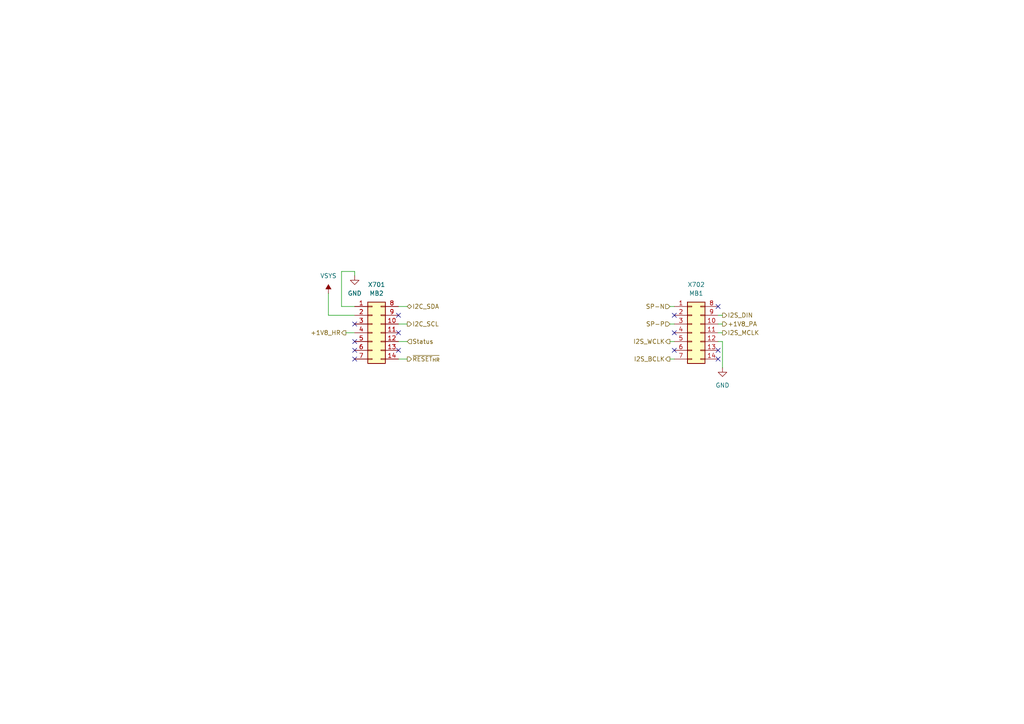
<source format=kicad_sch>
(kicad_sch (version 20250114) (generator "eeschema") (generator_version "9.0")
  (paper "A4")
  (title_block (title "Heartrate-DevKit") (date "2025-07-13") (rev "${REVISION}") (company "${COMPANY}"))
  (lib_symbols
    (symbol "Connector_Generic:Conn_02x07_Top_Bottom" (pin_names (offset 1.016) (hide yes))
      (property "Reference" "J" (at 1.27 10.16 0))
      (property "Value" "Conn_02x07_Top_Bottom" (at 1.27 -10.16 0))
      (symbol "Conn_02x07_Top_Bottom_1_1"
        (rectangle (start -1.27 8.89) (end 3.81 -8.89) (stroke (width 0.254)) (fill (type background)))
        (rectangle (start -1.27 7.747) (end 0 7.493) (stroke (width 0.1524)))
        (rectangle (start -1.27 5.207) (end 0 4.953) (stroke (width 0.1524)))
        (rectangle (start -1.27 2.667) (end 0 2.413) (stroke (width 0.1524)))
        (rectangle (start -1.27 0.127) (end 0 -0.127) (stroke (width 0.1524)))
        (rectangle (start -1.27 -2.413) (end 0 -2.667) (stroke (width 0.1524)))
        (rectangle (start -1.27 -4.953) (end 0 -5.207) (stroke (width 0.1524)))
        (rectangle (start -1.27 -7.493) (end 0 -7.747) (stroke (width 0.1524)))
        (rectangle (start 3.81 7.747) (end 2.54 7.493) (stroke (width 0.1524)))
        (rectangle (start 3.81 5.207) (end 2.54 4.953) (stroke (width 0.1524)))
        (rectangle (start 3.81 2.667) (end 2.54 2.413) (stroke (width 0.1524)))
        (rectangle (start 3.81 0.127) (end 2.54 -0.127) (stroke (width 0.1524)))
        (rectangle (start 3.81 -2.413) (end 2.54 -2.667) (stroke (width 0.1524)))
        (rectangle (start 3.81 -4.953) (end 2.54 -5.207) (stroke (width 0.1524)))
        (rectangle (start 3.81 -7.493) (end 2.54 -7.747) (stroke (width 0.1524)))
        (pin passive line (at -5.08 7.62 0) (length 3.81) (name "Pin_1") (number "1"))
        (pin passive line (at -5.08 5.08 0) (length 3.81) (name "Pin_2") (number "2"))
        (pin passive line (at -5.08 2.54 0) (length 3.81) (name "Pin_3") (number "3"))
        (pin passive line (at -5.08 0 0) (length 3.81) (name "Pin_4") (number "4"))
        (pin passive line (at -5.08 -2.54 0) (length 3.81) (name "Pin_5") (number "5"))
        (pin passive line (at -5.08 -5.08 0) (length 3.81) (name "Pin_6") (number "6"))
        (pin passive line (at -5.08 -7.62 0) (length 3.81) (name "Pin_7") (number "7"))
        (pin passive line (at 7.62 7.62 180) (length 3.81) (name "Pin_8") (number "8"))
        (pin passive line (at 7.62 5.08 180) (length 3.81) (name "Pin_9") (number "9"))
        (pin passive line (at 7.62 2.54 180) (length 3.81) (name "Pin_10") (number "10"))
        (pin passive line (at 7.62 0 180) (length 3.81) (name "Pin_11") (number "11"))
        (pin passive line (at 7.62 -2.54 180) (length 3.81) (name "Pin_12") (number "12"))
        (pin passive line (at 7.62 -5.08 180) (length 3.81) (name "Pin_13") (number "13"))
        (pin passive line (at 7.62 -7.62 180) (length 3.81) (name "Pin_14") (number "14"))
      )
    )
    (symbol "power:GND" (power) (pin_numbers (hide yes)) (pin_names (offset 0) (hide yes))
      (property "Value" "GND" (at 0 -3.81 0))
      (symbol "GND_0_1"
        (polyline (pts (xy 0 0) (xy 0 -1.27) (xy 1.27 -1.27) (xy 0 -2.54) (xy -1.27 -1.27) (xy 0 -1.27)))
      )
      (symbol "GND_1_1"
        (pin power_in line (at 0 0 270) (length 0) (name "~") (number "1"))
      )
    )
    (symbol "power:VS" (power) (pin_numbers (hide yes)) (pin_names (offset 0) (hide yes))
      (property "Value" "VS" (at 0 3.556 0))
      (symbol "VS_0_1"
        (polyline (pts (xy 0 0) (xy 0 2.54)))
        (polyline (pts (xy 0.762 1.27) (xy -0.762 1.27) (xy 0 2.54) (xy 0.762 1.27)) (fill (type outline)))
      )
      (symbol "VS_1_1"
        (pin power_in line (at 0 0 90) (length 0) (name "~") (number "1"))
      )
    )
  )
  (no_connect (at 102.87 93.98))
  (no_connect (at 208.28 104.14))
  (no_connect (at 208.28 101.6))
  (no_connect (at 102.87 104.14))
  (no_connect (at 195.58 101.6))
  (no_connect (at 195.58 91.44))
  (no_connect (at 195.58 96.52))
  (no_connect (at 102.87 101.6))
  (no_connect (at 115.57 101.6))
  (no_connect (at 208.28 88.9))
  (no_connect (at 115.57 96.52))
  (no_connect (at 115.57 91.44))
  (no_connect (at 102.87 99.06))
  (wire (pts (xy 115.57 99.06) (xy 118.11 99.06)))
  (wire (pts (xy 115.57 104.14) (xy 118.11 104.14)))
  (wire (pts (xy 99.06 88.9) (xy 99.06 78.74)))
  (wire (pts (xy 100.33 96.52) (xy 102.87 96.52)))
  (wire (pts (xy 102.87 88.9) (xy 99.06 88.9)))
  (wire (pts (xy 209.55 99.06) (xy 209.55 106.68)))
  (wire (pts (xy 95.25 85.09) (xy 95.25 91.44)))
  (wire (pts (xy 194.31 88.9) (xy 195.58 88.9)))
  (wire (pts (xy 208.28 93.98) (xy 209.55 93.98)))
  (wire (pts (xy 102.87 91.44) (xy 95.25 91.44)))
  (wire (pts (xy 194.31 104.14) (xy 195.58 104.14)))
  (wire (pts (xy 102.87 78.74) (xy 102.87 80.01)))
  (wire (pts (xy 208.28 96.52) (xy 209.55 96.52)))
  (wire (pts (xy 208.28 99.06) (xy 209.55 99.06)))
  (wire (pts (xy 208.28 91.44) (xy 209.55 91.44)))
  (wire (pts (xy 115.57 88.9) (xy 118.11 88.9)))
  (wire (pts (xy 194.31 99.06) (xy 195.58 99.06)))
  (wire (pts (xy 99.06 78.74) (xy 102.87 78.74)))
  (wire (pts (xy 194.31 93.98) (xy 195.58 93.98)))
  (wire (pts (xy 115.57 93.98) (xy 118.11 93.98)))
  (hierarchical_label "I2C_SDA" (shape bidirectional) (at 118.11 88.9 0))
  (hierarchical_label "I2S_WCLK" (shape output) (at 194.31 99.06 180))
  (hierarchical_label "Status" (shape input) (at 118.11 99.06 0))
  (hierarchical_label "I2S_MCLK" (shape output) (at 209.55 96.52 0))
  (hierarchical_label "I2C_SCL" (shape output) (at 118.11 93.98 0))
  (hierarchical_label "+1V8_HR" (shape output) (at 100.33 96.52 180))
  (hierarchical_label "SP-N" (shape input) (at 194.31 88.9 180))
  (hierarchical_label "SP-P" (shape input) (at 194.31 93.98 180))
  (hierarchical_label "+1V8_PA" (shape output) (at 209.55 93.98 0))
  (hierarchical_label "I2S_DIN" (shape output) (at 209.55 91.44 0))
  (hierarchical_label "~{RESET_{HR}}" (shape output) (at 118.11 104.14 0))
  (hierarchical_label "I2S_BCLK" (shape output) (at 194.31 104.14 180))
  (symbol (lib_id "power:GND") (at 209.55 106.68 0) (unit 1)
    (property "Reference" "#PWR0704" (effects (hide yes)))
    (property "Value" "GND" (at 209.55 111.76 0))
    (property "Description" "Power symbol creates a global label with name \"GND\" , ground" (effects (hide yes)))
  )
  (symbol (lib_id "power:VS") (at 95.25 85.09 0) (unit 1)
    (property "Reference" "#PWR0701" (effects (hide yes)))
    (property "Value" "VSYS" (at 95.25 80.01 0))
    (property "Description" "Power symbol creates a global label with name \"VS\"" (effects (hide yes)))
  )
  (symbol (lib_id "Connector_Generic:Conn_02x07_Top_Bottom") (at 107.95 96.52 0) (unit 1)
    (property "Reference" "X701" (at 109.22 82.55 0))
    (property "Value" "MB2" (at 109.22 85.09 0))
    (property "Footprint" "Amphenol:101P014FB110" (effects (hide yes)))
    (property "Datasheet" "https://cdn.amphenol-cs.com/media/wysiwyg/files/drawing/101p014fb110.pdf" (effects (hide yes)))
    (property "Description" "Generic connector, double row, 02x07, top/bottom pin numbering scheme (row 1: 1...pins_per_row, row2: pins_per_row+1 ... num_pins), script generated (kicad-library-utils/schlib/autogen/connector/)" (effects (hide yes)))
    (property "manf" "Amphenol Aorora" (effects (hide yes)))
    (property "manf#" "101P014FB110" (effects (hide yes)))
    (property "mouser#" "649-101P014FB110" (effects (hide yes)))
  )
  (symbol (lib_id "power:GND") (at 102.87 80.01 0) (unit 1)
    (property "Reference" "#PWR0702" (effects (hide yes)))
    (property "Value" "GND" (at 102.87 85.09 0))
    (property "Description" "Power symbol creates a global label with name \"GND\" , ground" (effects (hide yes)))
  )
  (symbol (lib_id "Connector_Generic:Conn_02x07_Top_Bottom") (at 200.66 96.52 0) (unit 1)
    (property "Reference" "X702" (at 201.93 82.55 0))
    (property "Value" "MB1" (at 201.93 85.09 0))
    (property "Footprint" "Amphenol:101P014FB110" (effects (hide yes)))
    (property "Datasheet" "https://cdn.amphenol-cs.com/media/wysiwyg/files/drawing/101p014fb110.pdf" (effects (hide yes)))
    (property "Description" "Generic connector, double row, 02x07, top/bottom pin numbering scheme (row 1: 1...pins_per_row, row2: pins_per_row+1 ... num_pins), script generated (kicad-library-utils/schlib/autogen/connector/)" (effects (hide yes)))
    (property "manf" "Amphenol Aorora" (effects (hide yes)))
    (property "manf#" "101P014FB110" (effects (hide yes)))
    (property "mouser#" "649-101P014FB110" (effects (hide yes)))
  )
)
</source>
